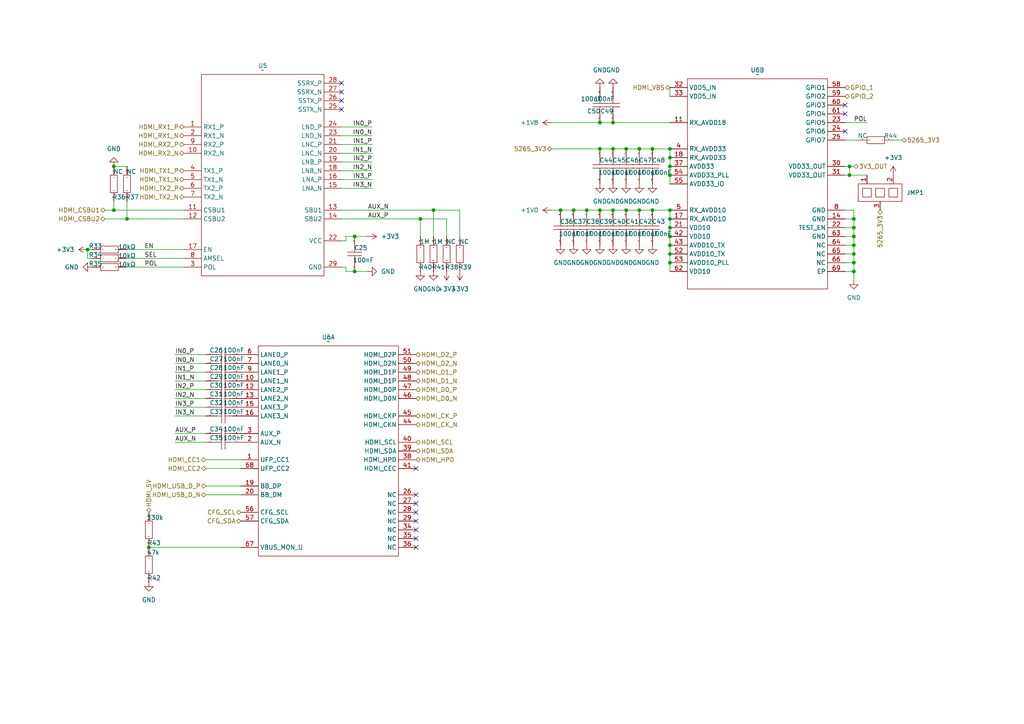
<source format=kicad_sch>
(kicad_sch (version 20231120) (generator "eeschema") (generator_version "8.0")
  (paper "A4")
  (lib_symbols
    (symbol "persional_library:C0603"
      (property "Reference" "C" (at 0 0 0))
      (symbol "C0603_1_0"
        (pin unspecified line (at -5.08 0 0) (length 2.54) (name "1") (number "1"))
        (pin unspecified line (at 5.08 0 180) (length 2.54) (name "2") (number "2"))
      )
    )
    (symbol "persional_library:IC_CS5265AN"
      (property "Reference" "U" (at 0 0 0))
      (symbol "IC_CS5265AN_1_0"
        (pin input line (at -25.4 -2.54 0) (length 5.08) (name "UFP_CC1") (number "1"))
        (pin input line (at -25.4 20.32 0) (length 5.08) (name "LANE1_N") (number "10"))
        (pin input line (at -25.4 17.78 0) (length 5.08) (name "LANE2_P") (number "12"))
        (pin input line (at -25.4 15.24 0) (length 5.08) (name "LANE2_N") (number "13"))
        (pin input line (at -25.4 12.7 0) (length 5.08) (name "LANE3_P") (number "15"))
        (pin input line (at -25.4 10.16 0) (length 5.08) (name "LANE3_N") (number "16"))
        (pin input line (at -25.4 -10.16 0) (length 5.08) (name "BB_DP") (number "19"))
        (pin input line (at -25.4 2.54 0) (length 5.08) (name "AUX_N") (number "2"))
        (pin input line (at -25.4 -12.7 0) (length 5.08) (name "BB_DM") (number "20"))
        (pin input line (at 25.4 -12.7 180) (length 5.08) (name "NC") (number "26"))
        (pin input line (at 25.4 -15.24 180) (length 5.08) (name "NC") (number "27"))
        (pin input line (at 25.4 -17.78 180) (length 5.08) (name "NC") (number "28"))
        (pin input line (at 25.4 -20.32 180) (length 5.08) (name "NC") (number "29"))
        (pin input line (at -25.4 5.08 0) (length 5.08) (name "AUX_P") (number "3"))
        (pin input line (at 25.4 -22.86 180) (length 5.08) (name "NC") (number "34"))
        (pin input line (at 25.4 -25.4 180) (length 5.08) (name "NC") (number "35"))
        (pin input line (at 25.4 -27.94 180) (length 5.08) (name "NC") (number "36"))
        (pin input line (at 25.4 -2.54 180) (length 5.08) (name "HDMI_HPD") (number "38"))
        (pin input line (at 25.4 0 180) (length 5.08) (name "HDMI_SDA") (number "39"))
        (pin input line (at 25.4 2.54 180) (length 5.08) (name "HDMI_SCL") (number "40"))
        (pin input line (at 25.4 -5.08 180) (length 5.08) (name "HDMI_CEC") (number "41"))
        (pin input line (at 25.4 7.62 180) (length 5.08) (name "HDMI_CKN") (number "44"))
        (pin input line (at 25.4 10.16 180) (length 5.08) (name "HDMI_CKP") (number "45"))
        (pin input line (at 25.4 15.24 180) (length 5.08) (name "HDMI_D0N") (number "46"))
        (pin input line (at 25.4 17.78 180) (length 5.08) (name "HDMI_D0P") (number "47"))
        (pin input line (at 25.4 20.32 180) (length 5.08) (name "HDMI_D1P") (number "48"))
        (pin input line (at 25.4 22.86 180) (length 5.08) (name "HDMI_D1P") (number "49"))
        (pin input line (at 25.4 25.4 180) (length 5.08) (name "HDMI_D2N") (number "50"))
        (pin input line (at 25.4 27.94 180) (length 5.08) (name "HDMI_D2P") (number "51"))
        (pin input line (at -25.4 -17.78 0) (length 5.08) (name "CFG_SCL") (number "56"))
        (pin input line (at -25.4 -20.32 0) (length 5.08) (name "CFG_SDA") (number "57"))
        (pin input line (at -25.4 27.94 0) (length 5.08) (name "LANE0_P") (number "6"))
        (pin input line (at -25.4 -27.94 0) (length 5.08) (name "VBUS_MON_U") (number "67"))
        (pin input line (at -25.4 -5.08 0) (length 5.08) (name "UFP_CC2") (number "68"))
        (pin input line (at -25.4 25.4 0) (length 5.08) (name "LANE0_N") (number "7"))
        (pin input line (at -25.4 22.86 0) (length 5.08) (name "LANE1_P") (number "9"))
      )
      (symbol "IC_CS5265AN_2_0"
        (pin input line (at -25.4 17.78 0) (length 5.08) (name "RX_AVDD18") (number "11"))
        (pin input line (at 25.4 -10.16 180) (length 5.08) (name "GND") (number "14"))
        (pin input line (at -25.4 -10.16 0) (length 5.08) (name "RX_AVDD10") (number "17"))
        (pin input line (at -25.4 7.62 0) (length 5.08) (name "RX_AVDD33") (number "18"))
        (pin input line (at -25.4 -12.7 0) (length 5.08) (name "VDD10") (number "21"))
        (pin input line (at 25.4 -12.7 180) (length 5.08) (name "TEST_EN") (number "22"))
        (pin input line (at 25.4 17.78 180) (length 5.08) (name "GPIO5") (number "23"))
        (pin input line (at 25.4 15.24 180) (length 5.08) (name "GPIO6") (number "24"))
        (pin input line (at 25.4 12.7 180) (length 5.08) (name "GPIO7") (number "25"))
        (pin input line (at 25.4 5.08 180) (length 5.08) (name "VDD33_OUT") (number "30"))
        (pin input line (at 25.4 2.54 180) (length 5.08) (name "VDD33_OUT") (number "31"))
        (pin input line (at -25.4 27.94 0) (length 5.08) (name "VDD5_IN") (number "32"))
        (pin input line (at -25.4 25.4 0) (length 5.08) (name "VDD5_IN") (number "33"))
        (pin input line (at -25.4 5.08 0) (length 5.08) (name "AVDD33") (number "37"))
        (pin input line (at -25.4 10.16 0) (length 5.08) (name "RX_AVDD33") (number "4"))
        (pin input line (at -25.4 -15.24 0) (length 5.08) (name "VDD10") (number "42"))
        (pin input line (at -25.4 -17.78 0) (length 5.08) (name "AVDD10_TX") (number "43"))
        (pin input line (at -25.4 -7.62 0) (length 5.08) (name "RX_AVDD10") (number "5"))
        (pin input line (at -25.4 -20.32 0) (length 5.08) (name "AVDD10_TX") (number "52"))
        (pin input line (at -25.4 -22.86 0) (length 5.08) (name "AVDD10_PLL") (number "53"))
        (pin input line (at -25.4 2.54 0) (length 5.08) (name "AVDD33_PLL") (number "54"))
        (pin input line (at -25.4 0 0) (length 5.08) (name "AVDD33_IO") (number "55"))
        (pin input line (at 25.4 27.94 180) (length 5.08) (name "GPIO1") (number "58"))
        (pin input line (at 25.4 25.4 180) (length 5.08) (name "GPIO2") (number "59"))
        (pin input line (at 25.4 22.86 180) (length 5.08) (name "GPIO3") (number "60"))
        (pin input line (at 25.4 20.32 180) (length 5.08) (name "GPIO4") (number "61"))
        (pin input line (at -25.4 -25.4 0) (length 5.08) (name "VDD10") (number "62"))
        (pin input line (at 25.4 -15.24 180) (length 5.08) (name "GND") (number "63"))
        (pin input line (at 25.4 -17.78 180) (length 5.08) (name "NC") (number "64"))
        (pin input line (at 25.4 -20.32 180) (length 5.08) (name "NC") (number "65"))
        (pin input line (at 25.4 -22.86 180) (length 5.08) (name "NC") (number "66"))
        (pin input line (at 25.4 -25.4 180) (length 5.08) (name "EP") (number "69"))
        (pin input line (at 25.4 -7.62 180) (length 5.08) (name "GND") (number "8"))
      )
    )
    (symbol "persional_library:IC_VL171"
      (property "Reference" "U" (at -17.018 29.972 0))
      (symbol "IC_VL171_1_0"
        (pin input line (at -22.86 13.97 0) (length 5.08) (name "RX1_P") (number "1"))
        (pin input line (at -22.86 6.35 0) (length 5.08) (name "RX2_N") (number "10"))
        (pin input line (at -22.86 -10.16 0) (length 5.08) (name "CSBU1") (number "11"))
        (pin input line (at -22.86 -12.7 0) (length 5.08) (name "CSBU2") (number "12"))
        (pin input line (at 22.86 -10.16 180) (length 5.08) (name "SBU1") (number "13"))
        (pin input line (at 22.86 -12.7 180) (length 5.08) (name "SBU2") (number "14"))
        (pin input line (at 22.86 -3.81 180) (length 5.08) (name "LNA_N") (number "15"))
        (pin input line (at 22.86 -1.27 180) (length 5.08) (name "LNA_P") (number "16"))
        (pin input line (at -22.86 -21.59 0) (length 5.08) (name "EN") (number "17"))
        (pin input line (at 22.86 1.27 180) (length 5.08) (name "LNB_N") (number "18"))
        (pin input line (at 22.86 3.81 180) (length 5.08) (name "LNB_P") (number "19"))
        (pin input line (at -22.86 11.43 0) (length 5.08) (name "RX1_N") (number "2"))
        (pin input line (at 22.86 6.35 180) (length 5.08) (name "LNC_N") (number "20"))
        (pin input line (at 22.86 8.89 180) (length 5.08) (name "LNC_P") (number "21"))
        (pin input line (at 22.86 -19.05 180) (length 5.08) (name "VCC") (number "22"))
        (pin input line (at 22.86 11.43 180) (length 5.08) (name "LND_N") (number "23"))
        (pin input line (at 22.86 13.97 180) (length 5.08) (name "LND_P") (number "24"))
        (pin input line (at 22.86 19.05 180) (length 5.08) (name "SSTX_N") (number "25"))
        (pin input line (at 22.86 21.59 180) (length 5.08) (name "SSTX_P") (number "26"))
        (pin input line (at 22.86 24.13 180) (length 5.08) (name "SSRX_N") (number "27"))
        (pin input line (at 22.86 26.67 180) (length 5.08) (name "SSRX_P") (number "28"))
        (pin input line (at 22.86 -26.67 180) (length 5.08) (name "GND") (number "29"))
        (pin input line (at -22.86 -26.67 0) (length 5.08) (name "POL") (number "3"))
        (pin input line (at -22.86 1.27 0) (length 5.08) (name "TX1_P") (number "4"))
        (pin input line (at -22.86 -1.27 0) (length 5.08) (name "TX1_N") (number "5"))
        (pin input line (at -22.86 -3.81 0) (length 5.08) (name "TX2_P") (number "6"))
        (pin input line (at -22.86 -6.35 0) (length 5.08) (name "TX2_N") (number "7"))
        (pin input line (at -22.86 -24.13 0) (length 5.08) (name "AMSEL") (number "8"))
        (pin input line (at -22.86 8.89 0) (length 5.08) (name "RX2_P") (number "9"))
      )
    )
    (symbol "persional_library:JUMP"
      (property "Reference" "JMP" (at 0 3.556 0))
      (symbol "JUMP_1_1"
        (pin input line (at -3.81 5.08 270) (length 2.54) (name "") (number "1"))
        (pin input line (at 3.81 5.08 270) (length 2.54) (name "") (number "2"))
        (pin input line (at 0 -5.08 90) (length 2.54) (name "") (number "3"))
      )
    )
    (symbol "persional_library:R0603"
      (property "Reference" "R" (at 0 0 0))
      (symbol "R0603_1_0"
        (pin input line (at -5.08 0 0) (length 2.54) (name "1") (number "1"))
        (pin input line (at 5.08 0 180) (length 2.54) (name "2") (number "2"))
      )
    )
    (symbol "power:+1V0" (power) (pin_numbers hide) (pin_names (offset 0) hide)
      (property "Value" "+1V0" (at 0 3.556 0))
      (symbol "+1V0_1_1"
        (pin power_in line (at 0 0 90) (length 0) (name "~") (number "1"))
      )
    )
    (symbol "power:+1V8" (power) (pin_numbers hide) (pin_names (offset 0) hide)
      (property "Value" "+1V8" (at 0 3.556 0))
      (symbol "+1V8_1_1"
        (pin power_in line (at 0 0 90) (length 0) (name "~") (number "1"))
      )
    )
    (symbol "power:+3V3" (power) (pin_numbers hide) (pin_names (offset 0) hide)
      (property "Value" "+3V3" (at 0 3.556 0))
      (symbol "+3V3_1_1"
        (pin power_in line (at 0 0 90) (length 0) (name "~") (number "1"))
      )
    )
    (symbol "power:GND" (power) (pin_numbers hide) (pin_names (offset 0) hide)
      (property "Value" "GND" (at 0 -3.81 0))
      (symbol "GND_1_1"
        (pin power_in line (at 0 0 270) (length 0) (name "~") (number "1"))
      )
    )
  )
  (junction (at 194.31 68.58))
  (junction (at 162.56 60.96))
  (junction (at 181.61 43.18))
  (junction (at 247.65 76.2))
  (junction (at 102.87 68.58))
  (junction (at 185.42 60.96))
  (junction (at 247.65 68.58))
  (junction (at 247.65 78.74))
  (junction (at 173.99 35.56))
  (junction (at 33.02 60.96))
  (junction (at 247.65 66.04))
  (junction (at 102.87 78.74))
  (junction (at 33.02 48.26))
  (junction (at 194.31 73.66))
  (junction (at 247.65 71.12))
  (junction (at 194.31 60.96))
  (junction (at 125.73 60.96))
  (junction (at 177.8 35.56))
  (junction (at 36.83 63.5))
  (junction (at 43.18 158.75))
  (junction (at 173.99 60.96))
  (junction (at 181.61 60.96))
  (junction (at 247.65 63.5))
  (junction (at 189.23 43.18))
  (junction (at 189.23 60.96))
  (junction (at 246.38 50.8))
  (junction (at 194.31 45.72))
  (junction (at 177.8 60.96))
  (junction (at 173.99 43.18))
  (junction (at 194.31 66.04))
  (junction (at 121.92 63.5))
  (junction (at 170.18 60.96))
  (junction (at 194.31 50.8))
  (junction (at 194.31 76.2))
  (junction (at 185.42 43.18))
  (junction (at 194.31 43.18))
  (junction (at 247.65 73.66))
  (junction (at 194.31 63.5))
  (junction (at 177.8 43.18))
  (junction (at 194.31 48.26))
  (junction (at 166.37 60.96))
  (junction (at 25.4 72.39))
  (junction (at 194.31 71.12))
  (junction (at 246.38 48.26))
  (no_connect (at 120.65 143.51))
  (no_connect (at 245.11 33.02))
  (no_connect (at 120.65 158.75))
  (no_connect (at 99.06 31.75))
  (no_connect (at 245.11 38.1))
  (no_connect (at 120.65 156.21))
  (no_connect (at 120.65 146.05))
  (no_connect (at 120.65 151.13))
  (no_connect (at 120.65 153.67))
  (no_connect (at 99.06 24.13))
  (no_connect (at 245.11 30.48))
  (no_connect (at 120.65 148.59))
  (no_connect (at 120.65 135.89))
  (no_connect (at 99.06 26.67))
  (no_connect (at 99.06 29.21))
  (wire (pts (xy 194.31 73.66) (xy 194.31 76.2)))
  (wire (pts (xy 59.69 133.35) (xy 69.85 133.35)))
  (wire (pts (xy 177.8 60.96) (xy 181.61 60.96)))
  (wire (pts (xy 133.35 60.96) (xy 133.35 68.58)))
  (wire (pts (xy 129.54 63.5) (xy 129.54 68.58)))
  (wire (pts (xy 247.65 63.5) (xy 247.65 60.96)))
  (wire (pts (xy 59.69 118.11) (xy 50.8 118.11)))
  (wire (pts (xy 173.99 60.96) (xy 177.8 60.96)))
  (wire (pts (xy 99.06 60.96) (xy 125.73 60.96)))
  (wire (pts (xy 50.8 125.73) (xy 59.69 125.73)))
  (wire (pts (xy 245.11 78.74) (xy 247.65 78.74)))
  (wire (pts (xy 99.06 49.53) (xy 107.95 49.53)))
  (wire (pts (xy 194.31 48.26) (xy 194.31 50.8)))
  (wire (pts (xy 194.31 43.18) (xy 194.31 45.72)))
  (wire (pts (xy 121.92 63.5) (xy 129.54 63.5)))
  (wire (pts (xy 99.06 39.37) (xy 107.95 39.37)))
  (wire (pts (xy 194.31 71.12) (xy 194.31 73.66)))
  (wire (pts (xy 245.11 68.58) (xy 247.65 68.58)))
  (wire (pts (xy 59.69 140.97) (xy 69.85 140.97)))
  (wire (pts (xy 247.65 73.66) (xy 247.65 71.12)))
  (wire (pts (xy 36.83 58.42) (xy 36.83 63.5)))
  (wire (pts (xy 99.06 46.99) (xy 107.95 46.99)))
  (wire (pts (xy 25.4 74.93) (xy 25.4 72.39)))
  (wire (pts (xy 177.8 35.56) (xy 194.31 35.56)))
  (wire (pts (xy 185.42 60.96) (xy 189.23 60.96)))
  (wire (pts (xy 102.87 78.74) (xy 100.33 78.74)))
  (wire (pts (xy 170.18 60.96) (xy 173.99 60.96)))
  (wire (pts (xy 245.11 71.12) (xy 247.65 71.12)))
  (wire (pts (xy 100.33 78.74) (xy 100.33 77.47)))
  (wire (pts (xy 194.31 50.8) (xy 194.31 53.34)))
  (wire (pts (xy 33.02 48.26) (xy 36.83 48.26)))
  (wire (pts (xy 36.83 72.39) (xy 53.34 72.39)))
  (wire (pts (xy 185.42 43.18) (xy 189.23 43.18)))
  (wire (pts (xy 245.11 76.2) (xy 247.65 76.2)))
  (wire (pts (xy 99.06 54.61) (xy 107.95 54.61)))
  (wire (pts (xy 50.8 128.27) (xy 59.69 128.27)))
  (wire (pts (xy 99.06 63.5) (xy 121.92 63.5)))
  (wire (pts (xy 181.61 43.18) (xy 185.42 43.18)))
  (wire (pts (xy 194.31 45.72) (xy 194.31 48.26)))
  (wire (pts (xy 245.11 63.5) (xy 247.65 63.5)))
  (wire (pts (xy 59.69 143.51) (xy 69.85 143.51)))
  (wire (pts (xy 247.65 78.74) (xy 247.65 76.2)))
  (wire (pts (xy 36.83 74.93) (xy 53.34 74.93)))
  (wire (pts (xy 247.65 71.12) (xy 247.65 68.58)))
  (wire (pts (xy 245.11 73.66) (xy 247.65 73.66)))
  (wire (pts (xy 59.69 110.49) (xy 50.8 110.49)))
  (wire (pts (xy 245.11 35.56) (xy 251.46 35.56)))
  (wire (pts (xy 59.69 102.87) (xy 50.8 102.87)))
  (wire (pts (xy 162.56 60.96) (xy 166.37 60.96)))
  (wire (pts (xy 247.65 48.26) (xy 246.38 48.26)))
  (wire (pts (xy 259.08 40.64) (xy 261.62 40.64)))
  (wire (pts (xy 245.11 50.8) (xy 246.38 50.8)))
  (wire (pts (xy 181.61 60.96) (xy 185.42 60.96)))
  (wire (pts (xy 247.65 76.2) (xy 247.65 73.66)))
  (wire (pts (xy 36.83 63.5) (xy 53.34 63.5)))
  (wire (pts (xy 194.31 66.04) (xy 194.31 68.58)))
  (wire (pts (xy 194.31 25.4) (xy 194.31 27.94)))
  (wire (pts (xy 166.37 60.96) (xy 170.18 60.96)))
  (wire (pts (xy 59.69 135.89) (xy 69.85 135.89)))
  (wire (pts (xy 194.31 63.5) (xy 194.31 66.04)))
  (wire (pts (xy 106.68 78.74) (xy 102.87 78.74)))
  (wire (pts (xy 189.23 60.96) (xy 194.31 60.96)))
  (wire (pts (xy 99.06 44.45) (xy 107.95 44.45)))
  (wire (pts (xy 125.73 60.96) (xy 133.35 60.96)))
  (wire (pts (xy 30.48 63.5) (xy 36.83 63.5)))
  (wire (pts (xy 246.38 48.26) (xy 246.38 50.8)))
  (wire (pts (xy 100.33 77.47) (xy 99.06 77.47)))
  (wire (pts (xy 194.31 76.2) (xy 194.31 78.74)))
  (wire (pts (xy 173.99 43.18) (xy 177.8 43.18)))
  (wire (pts (xy 26.67 74.93) (xy 25.4 74.93)))
  (wire (pts (xy 30.48 60.96) (xy 33.02 60.96)))
  (wire (pts (xy 59.69 115.57) (xy 50.8 115.57)))
  (wire (pts (xy 177.8 43.18) (xy 181.61 43.18)))
  (wire (pts (xy 248.92 40.64) (xy 245.11 40.64)))
  (wire (pts (xy 106.68 68.58) (xy 102.87 68.58)))
  (wire (pts (xy 173.99 35.56) (xy 177.8 35.56)))
  (wire (pts (xy 160.02 35.56) (xy 173.99 35.56)))
  (wire (pts (xy 247.65 60.96) (xy 245.11 60.96)))
  (wire (pts (xy 59.69 107.95) (xy 50.8 107.95)))
  (wire (pts (xy 99.06 41.91) (xy 107.95 41.91)))
  (wire (pts (xy 247.65 68.58) (xy 247.65 66.04)))
  (wire (pts (xy 194.31 60.96) (xy 194.31 63.5)))
  (wire (pts (xy 59.69 113.03) (xy 50.8 113.03)))
  (wire (pts (xy 160.02 60.96) (xy 162.56 60.96)))
  (wire (pts (xy 189.23 43.18) (xy 194.31 43.18)))
  (wire (pts (xy 59.69 105.41) (xy 50.8 105.41)))
  (wire (pts (xy 99.06 36.83) (xy 107.95 36.83)))
  (wire (pts (xy 33.02 60.96) (xy 53.34 60.96)))
  (wire (pts (xy 36.83 77.47) (xy 53.34 77.47)))
  (wire (pts (xy 43.18 158.75) (xy 69.85 158.75)))
  (wire (pts (xy 100.33 69.85) (xy 100.33 68.58)))
  (wire (pts (xy 247.65 81.28) (xy 247.65 78.74)))
  (wire (pts (xy 194.31 68.58) (xy 194.31 71.12)))
  (wire (pts (xy 245.11 66.04) (xy 247.65 66.04)))
  (wire (pts (xy 247.65 66.04) (xy 247.65 63.5)))
  (wire (pts (xy 246.38 50.8) (xy 251.46 50.8)))
  (wire (pts (xy 33.02 58.42) (xy 33.02 60.96)))
  (wire (pts (xy 125.73 60.96) (xy 125.73 68.58)))
  (wire (pts (xy 99.06 52.07) (xy 107.95 52.07)))
  (wire (pts (xy 121.92 63.5) (xy 121.92 68.58)))
  (wire (pts (xy 160.02 43.18) (xy 173.99 43.18)))
  (wire (pts (xy 99.06 69.85) (xy 100.33 69.85)))
  (wire (pts (xy 25.4 72.39) (xy 26.67 72.39)))
  (wire (pts (xy 59.69 120.65) (xy 50.8 120.65)))
  (wire (pts (xy 100.33 68.58) (xy 102.87 68.58)))
  (wire (pts (xy 246.38 48.26) (xy 245.11 48.26)))
  (label "IN2_N" (at 107.95 49.53 180))
  (label "IN3_N" (at 107.95 54.61 180))
  (label "IN0_N" (at 107.95 39.37 180))
  (label "EN" (at 41.91 72.39 0))
  (label "IN1_P" (at 50.8 107.95 0))
  (label "IN3_P" (at 50.8 118.11 0))
  (label "IN3_N" (at 50.8 120.65 0))
  (label "AUX_P" (at 106.68 63.5 0))
  (label "AUX_N" (at 50.8 128.27 0))
  (label "AUX_N" (at 106.68 60.96 0))
  (label "IN0_P" (at 50.8 102.87 0))
  (label "SEL" (at 41.91 74.93 0))
  (label "IN2_N" (at 50.8 115.57 0))
  (label "IN1_P" (at 107.95 41.91 180))
  (label "IN1_N" (at 50.8 110.49 0))
  (label "POL" (at 41.91 77.47 0))
  (label "IN2_P" (at 50.8 113.03 0))
  (label "IN0_P" (at 107.95 36.83 180))
  (label "AUX_P" (at 50.8 125.73 0))
  (label "IN3_P" (at 107.95 52.07 180))
  (label "IN0_N" (at 50.8 105.41 0))
  (label "POL" (at 251.46 35.56 180))
  (label "IN2_P" (at 107.95 46.99 180))
  (label "IN1_N" (at 107.95 44.45 180))
  (hierarchical_label "HDMI_USB_D_P" (shape bidirectional) (at 59.69 140.97 180))
  (hierarchical_label "HDMI_TX1_P" (shape bidirectional) (at 53.34 49.53 180))
  (hierarchical_label "HDMI_RX2_P" (shape bidirectional) (at 53.34 41.91 180))
  (hierarchical_label "HDMI_RX2_N" (shape bidirectional) (at 53.34 44.45 180))
  (hierarchical_label "GPIO_2" (shape bidirectional) (at 245.11 27.94 0))
  (hierarchical_label "CFG_SDA" (shape bidirectional) (at 69.85 151.13 180))
  (hierarchical_label "5265_3V3" (shape bidirectional) (at 255.27 60.96 270))
  (hierarchical_label "HDMI_CK_N" (shape bidirectional) (at 120.65 123.19 0))
  (hierarchical_label "HDMI_CSBU1" (shape bidirectional) (at 30.48 60.96 180))
  (hierarchical_label "HDMI_RX1_N" (shape bidirectional) (at 53.34 39.37 180))
  (hierarchical_label "HDMI_5V" (shape bidirectional) (at 43.18 148.59 90))
  (hierarchical_label "HDMI_D2_P" (shape bidirectional) (at 120.65 102.87 0))
  (hierarchical_label "HDMI_TX2_N" (shape bidirectional) (at 53.34 57.15 180))
  (hierarchical_label "HDMI_D1_N" (shape bidirectional) (at 120.65 110.49 0))
  (hierarchical_label "HDMI_D1_P" (shape bidirectional) (at 120.65 107.95 0))
  (hierarchical_label "3V3_OUT" (shape bidirectional) (at 247.65 48.26 0))
  (hierarchical_label "HDMI_USB_D_N" (shape bidirectional) (at 59.69 143.51 180))
  (hierarchical_label "HDMI_CC2" (shape bidirectional) (at 59.69 135.89 180))
  (hierarchical_label "HDMI_TX1_N" (shape bidirectional) (at 53.34 52.07 180))
  (hierarchical_label "HDMI_SDA" (shape bidirectional) (at 120.65 130.81 0))
  (hierarchical_label "5265_3V3" (shape bidirectional) (at 261.62 40.64 0))
  (hierarchical_label "5265_3V3" (shape bidirectional) (at 160.02 43.18 180))
  (hierarchical_label "HDMI_HPD" (shape bidirectional) (at 120.65 133.35 0))
  (hierarchical_label "HDMI_CC1" (shape bidirectional) (at 59.69 133.35 180))
  (hierarchical_label "HDMI_D2_N" (shape bidirectional) (at 120.65 105.41 0))
  (hierarchical_label "HDMI_CK_P" (shape bidirectional) (at 120.65 120.65 0))
  (hierarchical_label "HDMI_SCL" (shape bidirectional) (at 120.65 128.27 0))
  (hierarchical_label "CFG_SCL" (shape bidirectional) (at 69.85 148.59 180))
  (hierarchical_label "HDMI_TX2_P" (shape bidirectional) (at 53.34 54.61 180))
  (hierarchical_label "HDMI_D0_P" (shape bidirectional) (at 120.65 113.03 0))
  (hierarchical_label "HDMI_VBS" (shape bidirectional) (at 194.31 25.4 180))
  (hierarchical_label "HDMI_RX1_P" (shape bidirectional) (at 53.34 36.83 180))
  (hierarchical_label "HDMI_D0_N" (shape bidirectional) (at 120.65 115.57 0))
  (hierarchical_label "GPIO_1" (shape bidirectional) (at 245.11 25.4 0))
  (hierarchical_label "HDMI_CSBU2" (shape bidirectional) (at 30.48 63.5 180))
  (symbol (lib_id "power:GND") (at 181.61 71.12 0) (unit 1)
    (property "Reference" "#PWR056" (effects (hide yes)))
    (property "Value" "GND" (at 181.61 76.2 0))
    (property "Description" "Power symbol creates a global label with name \"GND\" , ground" (effects (hide yes)))
  )
  (symbol (lib_id "persional_library:C0603") (at 173.99 30.48 270) (unit 1)
    (property "Reference" "C50" (at 172.212 32.258 90))
    (property "Value" "100nF" (at 171.45 28.702 90))
    (property "Footprint" "persional_library:C0603" (effects (hide yes)))
    (property "Datasheet" "https://item.szlcsc.com/datasheet/CL10A105KB8NNNC/16531.html" (effects (hide yes)))
    (property "Description" "容值:1uF;精度:±10%;额定电压:50V;温度系数:X5R;" (effects (hide yes)))
    (property "Manufacturer Part" "CL10A105KB8NNNC" (effects (hide yes)))
    (property "Manufacturer" "SAMSUNG(三星)" (effects (hide yes)))
    (property "Supplier Part" "C15849" (effects (hide yes)))
    (property "Supplier" "LCSC" (effects (hide yes)))
    (property "LCSC Part Name" "1uF ±10% 50V" (effects (hide yes)))
  )
  (symbol (lib_id "power:+3V3") (at 133.35 78.74 180) (unit 1)
    (property "Reference" "#PWR050" (effects (hide yes)))
    (property "Value" "+3V3" (at 133.35 83.82 0))
    (property "Description" "Power symbol creates a global label with name \"+3V3\"" (effects (hide yes)))
  )
  (symbol (lib_id "persional_library:C0603") (at 166.37 66.04 90) (unit 1)
    (property "Reference" "C37" (at 168.148 64.262 90))
    (property "Value" "100nF" (at 168.91 67.818 90))
    (property "Footprint" "persional_library:C0603" (effects (hide yes)))
    (property "Datasheet" "https://item.szlcsc.com/datasheet/CL10A105KB8NNNC/16531.html" (effects (hide yes)))
    (property "Description" "容值:1uF;精度:±10%;额定电压:50V;温度系数:X5R;" (effects (hide yes)))
    (property "Manufacturer Part" "CL10A105KB8NNNC" (effects (hide yes)))
    (property "Manufacturer" "SAMSUNG(三星)" (effects (hide yes)))
    (property "Supplier Part" "C15849" (effects (hide yes)))
    (property "Supplier" "LCSC" (effects (hide yes)))
    (property "LCSC Part Name" "1uF ±10% 50V" (effects (hide yes)))
  )
  (symbol (lib_id "persional_library:R0603") (at 254 40.64 180) (unit 1)
    (property "Reference" "R44" (at 258.318 39.37 0))
    (property "Value" "NC" (at 250.19 39.37 0))
    (property "Footprint" "persional_library:R0603" (effects (hide yes)))
    (property "Datasheet" "https://item.szlcsc.com/datasheet/0603WAF1002T5E/26547.html" (effects (hide yes)))
    (property "Description" "电阻类型:厚膜电阻;阻值:10kΩ;精度:±1%;功率:100mW;工作电压:75V;温度系数:±100ppm/°C;" (effects (hide yes)))
    (property "Manufacturer Part" "0603WAF1002T5E" (effects (hide yes)))
    (property "Manufacturer" "UNI-ROYAL(厚声)" (effects (hide yes)))
    (property "Supplier Part" "C25804" (effects (hide yes)))
    (property "Supplier" "LCSC" (effects (hide yes)))
    (property "LCSC Part Name" "厚膜电阻 10kΩ ±1% 100mW" (effects (hide yes)))
  )
  (symbol (lib_id "persional_library:C0603") (at 162.56 66.04 90) (unit 1)
    (property "Reference" "C36" (at 164.338 64.262 90))
    (property "Value" "100nF" (at 165.1 67.818 90))
    (property "Footprint" "persional_library:C0603" (effects (hide yes)))
    (property "Datasheet" "https://item.szlcsc.com/datasheet/CL10A105KB8NNNC/16531.html" (effects (hide yes)))
    (property "Description" "容值:1uF;精度:±10%;额定电压:50V;温度系数:X5R;" (effects (hide yes)))
    (property "Manufacturer Part" "CL10A105KB8NNNC" (effects (hide yes)))
    (property "Manufacturer" "SAMSUNG(三星)" (effects (hide yes)))
    (property "Supplier Part" "C15849" (effects (hide yes)))
    (property "Supplier" "LCSC" (effects (hide yes)))
    (property "LCSC Part Name" "1uF ±10% 50V" (effects (hide yes)))
  )
  (symbol (lib_id "power:+3V3") (at 259.08 50.8 0) (unit 1)
    (property "Reference" "#PWR070" (effects (hide yes)))
    (property "Value" "+3V3" (at 259.08 45.72 0))
    (property "Description" "Power symbol creates a global label with name \"+3V3\"" (effects (hide yes)))
  )
  (symbol (lib_id "power:GND") (at 43.18 168.91 0) (unit 1)
    (property "Reference" "#PWR051" (effects (hide yes)))
    (property "Value" "GND" (at 43.18 173.99 0))
    (property "Description" "Power symbol creates a global label with name \"GND\" , ground" (effects (hide yes)))
  )
  (symbol (lib_id "persional_library:JUMP") (at 255.27 55.88 0) (unit 1)
    (property "Reference" "JMP1" (at 262.89 55.88 0) (effects (justify left)))
    (property "Footprint" "persional_library:JUMP0603" (effects (hide yes)))
  )
  (symbol (lib_id "power:GND") (at 33.02 48.26 180) (unit 1)
    (property "Reference" "#PWR044" (effects (hide yes)))
    (property "Value" "GND" (at 33.02 43.18 0))
    (property "Description" "Power symbol creates a global label with name \"GND\" , ground" (effects (hide yes)))
  )
  (symbol (lib_id "persional_library:C0603") (at 64.77 102.87 180) (unit 1)
    (property "Reference" "C26" (at 62.738 101.6 0))
    (property "Value" "100nF" (at 67.818 101.6 0))
    (property "Footprint" "persional_library:C0603" (effects (hide yes)))
    (property "Datasheet" "https://item.szlcsc.com/datasheet/CL10A105KB8NNNC/16531.html" (effects (hide yes)))
    (property "Description" "容值:1uF;精度:±10%;额定电压:50V;温度系数:X5R;" (effects (hide yes)))
    (property "Manufacturer Part" "CL10A105KB8NNNC" (effects (hide yes)))
    (property "Manufacturer" "SAMSUNG(三星)" (effects (hide yes)))
    (property "Supplier Part" "C15849" (effects (hide yes)))
    (property "Supplier" "LCSC" (effects (hide yes)))
    (property "LCSC Part Name" "1uF ±10% 50V" (effects (hide yes)))
  )
  (symbol (lib_id "persional_library:IC_CS5265AN") (at 219.71 53.34 0) (unit 2)
    (property "Reference" "U6" (at 219.71 20.32 0))
    (property "Value" "~" (at 219.71 21.59 0))
    (property "Footprint" "persional_library:QFN-68" (effects (hide yes)))
  )
  (symbol (lib_id "power:GND") (at 173.99 25.4 180) (unit 1)
    (property "Reference" "#PWR067" (effects (hide yes)))
    (property "Value" "GND" (at 173.99 20.32 0))
    (property "Description" "Power symbol creates a global label with name \"GND\" , ground" (effects (hide yes)))
  )
  (symbol (lib_id "persional_library:C0603") (at 64.77 105.41 180) (unit 1)
    (property "Reference" "C27" (at 62.738 104.14 0))
    (property "Value" "100nF" (at 67.818 104.14 0))
    (property "Footprint" "persional_library:C0603" (effects (hide yes)))
    (property "Datasheet" "https://item.szlcsc.com/datasheet/CL10A105KB8NNNC/16531.html" (effects (hide yes)))
    (property "Description" "容值:1uF;精度:±10%;额定电压:50V;温度系数:X5R;" (effects (hide yes)))
    (property "Manufacturer Part" "CL10A105KB8NNNC" (effects (hide yes)))
    (property "Manufacturer" "SAMSUNG(三星)" (effects (hide yes)))
    (property "Supplier Part" "C15849" (effects (hide yes)))
    (property "Supplier" "LCSC" (effects (hide yes)))
    (property "LCSC Part Name" "1uF ±10% 50V" (effects (hide yes)))
  )
  (symbol (lib_id "power:GND") (at 189.23 71.12 0) (unit 1)
    (property "Reference" "#PWR053" (effects (hide yes)))
    (property "Value" "GND" (at 189.23 76.2 0))
    (property "Description" "Power symbol creates a global label with name \"GND\" , ground" (effects (hide yes)))
  )
  (symbol (lib_id "persional_library:C0603") (at 102.87 73.66 90) (unit 1)
    (property "Reference" "C25" (at 104.648 71.882 90))
    (property "Value" "100nF" (at 105.41 75.438 90))
    (property "Footprint" "persional_library:C0603" (effects (hide yes)))
    (property "Datasheet" "https://item.szlcsc.com/datasheet/CL10A105KB8NNNC/16531.html" (effects (hide yes)))
    (property "Description" "容值:1uF;精度:±10%;额定电压:50V;温度系数:X5R;" (effects (hide yes)))
    (property "Manufacturer Part" "CL10A105KB8NNNC" (effects (hide yes)))
    (property "Manufacturer" "SAMSUNG(三星)" (effects (hide yes)))
    (property "Supplier Part" "C15849" (effects (hide yes)))
    (property "Supplier" "LCSC" (effects (hide yes)))
    (property "LCSC Part Name" "1uF ±10% 50V" (effects (hide yes)))
  )
  (symbol (lib_id "persional_library:IC_VL171") (at 76.2 50.8 0) (unit 1)
    (property "Reference" "U5" (at 76.2 19.05 0))
    (property "Value" "~" (at 76.2 20.32 0))
    (property "Footprint" "persional_library:MQFN-28_L4.5-W3.5-P0.40-BL-EP" (effects (hide yes)))
  )
  (symbol (lib_id "persional_library:C0603") (at 177.8 48.26 90) (unit 1)
    (property "Reference" "C45" (at 179.578 46.482 90))
    (property "Value" "100nF" (at 180.34 50.038 90))
    (property "Footprint" "persional_library:C0603" (effects (hide yes)))
    (property "Datasheet" "https://item.szlcsc.com/datasheet/CL10A105KB8NNNC/16531.html" (effects (hide yes)))
    (property "Description" "容值:1uF;精度:±10%;额定电压:50V;温度系数:X5R;" (effects (hide yes)))
    (property "Manufacturer Part" "CL10A105KB8NNNC" (effects (hide yes)))
    (property "Manufacturer" "SAMSUNG(三星)" (effects (hide yes)))
    (property "Supplier Part" "C15849" (effects (hide yes)))
    (property "Supplier" "LCSC" (effects (hide yes)))
    (property "LCSC Part Name" "1uF ±10% 50V" (effects (hide yes)))
  )
  (symbol (lib_id "persional_library:R0603") (at 129.54 73.66 90) (unit 1)
    (property "Reference" "R38" (at 131.064 77.47 90))
    (property "Value" "NC" (at 130.81 70.104 90))
    (property "Footprint" "persional_library:R0603" (effects (hide yes)))
    (property "Datasheet" "https://item.szlcsc.com/datasheet/0603WAF1002T5E/26547.html" (effects (hide yes)))
    (property "Description" "电阻类型:厚膜电阻;阻值:10kΩ;精度:±1%;功率:100mW;工作电压:75V;温度系数:±100ppm/°C;" (effects (hide yes)))
    (property "Manufacturer Part" "0603WAF1002T5E" (effects (hide yes)))
    (property "Manufacturer" "UNI-ROYAL(厚声)" (effects (hide yes)))
    (property "Supplier Part" "C25804" (effects (hide yes)))
    (property "Supplier" "LCSC" (effects (hide yes)))
    (property "LCSC Part Name" "厚膜电阻 10kΩ ±1% 100mW" (effects (hide yes)))
  )
  (symbol (lib_id "persional_library:C0603") (at 64.77 128.27 180) (unit 1)
    (property "Reference" "C35" (at 62.738 127 0))
    (property "Value" "100nF" (at 67.818 127 0))
    (property "Footprint" "persional_library:C0603" (effects (hide yes)))
    (property "Datasheet" "https://item.szlcsc.com/datasheet/CL10A105KB8NNNC/16531.html" (effects (hide yes)))
    (property "Description" "容值:1uF;精度:±10%;额定电压:50V;温度系数:X5R;" (effects (hide yes)))
    (property "Manufacturer Part" "CL10A105KB8NNNC" (effects (hide yes)))
    (property "Manufacturer" "SAMSUNG(三星)" (effects (hide yes)))
    (property "Supplier Part" "C15849" (effects (hide yes)))
    (property "Supplier" "LCSC" (effects (hide yes)))
    (property "LCSC Part Name" "1uF ±10% 50V" (effects (hide yes)))
  )
  (symbol (lib_id "power:GND") (at 177.8 53.34 0) (unit 1)
    (property "Reference" "#PWR062" (effects (hide yes)))
    (property "Value" "GND" (at 177.8 58.42 0))
    (property "Description" "Power symbol creates a global label with name \"GND\" , ground" (effects (hide yes)))
  )
  (symbol (lib_id "power:GND") (at 181.61 53.34 0) (unit 1)
    (property "Reference" "#PWR063" (effects (hide yes)))
    (property "Value" "GND" (at 181.61 58.42 0))
    (property "Description" "Power symbol creates a global label with name \"GND\" , ground" (effects (hide yes)))
  )
  (symbol (lib_id "persional_library:C0603") (at 173.99 66.04 90) (unit 1)
    (property "Reference" "C39" (at 175.768 64.262 90))
    (property "Value" "100nF" (at 176.53 67.818 90))
    (property "Footprint" "persional_library:C0603" (effects (hide yes)))
    (property "Datasheet" "https://item.szlcsc.com/datasheet/CL10A105KB8NNNC/16531.html" (effects (hide yes)))
    (property "Description" "容值:1uF;精度:±10%;额定电压:50V;温度系数:X5R;" (effects (hide yes)))
    (property "Manufacturer Part" "CL10A105KB8NNNC" (effects (hide yes)))
    (property "Manufacturer" "SAMSUNG(三星)" (effects (hide yes)))
    (property "Supplier Part" "C15849" (effects (hide yes)))
    (property "Supplier" "LCSC" (effects (hide yes)))
    (property "LCSC Part Name" "1uF ±10% 50V" (effects (hide yes)))
  )
  (symbol (lib_id "persional_library:R0603") (at 121.92 73.66 90) (unit 1)
    (property "Reference" "R40" (at 123.444 77.47 90))
    (property "Value" "1M" (at 123.19 70.104 90))
    (property "Footprint" "persional_library:R0603" (effects (hide yes)))
    (property "Datasheet" "https://item.szlcsc.com/datasheet/0603WAF1002T5E/26547.html" (effects (hide yes)))
    (property "Description" "电阻类型:厚膜电阻;阻值:10kΩ;精度:±1%;功率:100mW;工作电压:75V;温度系数:±100ppm/°C;" (effects (hide yes)))
    (property "Manufacturer Part" "0603WAF1002T5E" (effects (hide yes)))
    (property "Manufacturer" "UNI-ROYAL(厚声)" (effects (hide yes)))
    (property "Supplier Part" "C25804" (effects (hide yes)))
    (property "Supplier" "LCSC" (effects (hide yes)))
    (property "LCSC Part Name" "厚膜电阻 10kΩ ±1% 100mW" (effects (hide yes)))
  )
  (symbol (lib_id "power:GND") (at 173.99 53.34 0) (unit 1)
    (property "Reference" "#PWR061" (effects (hide yes)))
    (property "Value" "GND" (at 173.99 58.42 0))
    (property "Description" "Power symbol creates a global label with name \"GND\" , ground" (effects (hide yes)))
  )
  (symbol (lib_id "persional_library:C0603") (at 185.42 66.04 90) (unit 1)
    (property "Reference" "C42" (at 187.198 64.262 90))
    (property "Value" "100nF" (at 187.96 67.818 90))
    (property "Footprint" "persional_library:C0603" (effects (hide yes)))
    (property "Datasheet" "https://item.szlcsc.com/datasheet/CL10A105KB8NNNC/16531.html" (effects (hide yes)))
    (property "Description" "容值:1uF;精度:±10%;额定电压:50V;温度系数:X5R;" (effects (hide yes)))
    (property "Manufacturer Part" "CL10A105KB8NNNC" (effects (hide yes)))
    (property "Manufacturer" "SAMSUNG(三星)" (effects (hide yes)))
    (property "Supplier Part" "C15849" (effects (hide yes)))
    (property "Supplier" "LCSC" (effects (hide yes)))
    (property "LCSC Part Name" "1uF ±10% 50V" (effects (hide yes)))
  )
  (symbol (lib_id "power:GND") (at 177.8 71.12 0) (unit 1)
    (property "Reference" "#PWR055" (effects (hide yes)))
    (property "Value" "GND" (at 177.8 76.2 0))
    (property "Description" "Power symbol creates a global label with name \"GND\" , ground" (effects (hide yes)))
  )
  (symbol (lib_id "persional_library:R0603") (at 36.83 53.34 90) (unit 1)
    (property "Reference" "R37" (at 38.354 57.15 90))
    (property "Value" "NC" (at 38.1 49.784 90))
    (property "Footprint" "persional_library:R0603" (effects (hide yes)))
    (property "Datasheet" "https://item.szlcsc.com/datasheet/0603WAF1002T5E/26547.html" (effects (hide yes)))
    (property "Description" "电阻类型:厚膜电阻;阻值:10kΩ;精度:±1%;功率:100mW;工作电压:75V;温度系数:±100ppm/°C;" (effects (hide yes)))
    (property "Manufacturer Part" "0603WAF1002T5E" (effects (hide yes)))
    (property "Manufacturer" "UNI-ROYAL(厚声)" (effects (hide yes)))
    (property "Supplier Part" "C25804" (effects (hide yes)))
    (property "Supplier" "LCSC" (effects (hide yes)))
    (property "LCSC Part Name" "厚膜电阻 10kΩ ±1% 100mW" (effects (hide yes)))
  )
  (symbol (lib_id "persional_library:C0603") (at 189.23 66.04 90) (unit 1)
    (property "Reference" "C43" (at 191.008 64.262 90))
    (property "Value" "100nF" (at 191.77 67.818 90))
    (property "Footprint" "persional_library:C0603" (effects (hide yes)))
    (property "Datasheet" "https://item.szlcsc.com/datasheet/CL10A105KB8NNNC/16531.html" (effects (hide yes)))
    (property "Description" "容值:1uF;精度:±10%;额定电压:50V;温度系数:X5R;" (effects (hide yes)))
    (property "Manufacturer Part" "CL10A105KB8NNNC" (effects (hide yes)))
    (property "Manufacturer" "SAMSUNG(三星)" (effects (hide yes)))
    (property "Supplier Part" "C15849" (effects (hide yes)))
    (property "Supplier" "LCSC" (effects (hide yes)))
    (property "LCSC Part Name" "1uF ±10% 50V" (effects (hide yes)))
  )
  (symbol (lib_id "power:GND") (at 185.42 71.12 0) (unit 1)
    (property "Reference" "#PWR054" (effects (hide yes)))
    (property "Value" "GND" (at 185.42 76.2 0))
    (property "Description" "Power symbol creates a global label with name \"GND\" , ground" (effects (hide yes)))
  )
  (symbol (lib_id "power:+1V8") (at 160.02 35.56 90) (unit 1)
    (property "Reference" "#PWR069" (effects (hide yes)))
    (property "Value" "+1V8" (at 156.21 35.56 90) (effects (justify left)))
    (property "Description" "Power symbol creates a global label with name \"+1V8\"" (effects (hide yes)))
  )
  (symbol (lib_id "power:GND") (at 166.37 71.12 0) (unit 1)
    (property "Reference" "#PWR060" (effects (hide yes)))
    (property "Value" "GND" (at 166.37 76.2 0))
    (property "Description" "Power symbol creates a global label with name \"GND\" , ground" (effects (hide yes)))
  )
  (symbol (lib_id "persional_library:R0603") (at 31.75 74.93 0) (unit 1)
    (property "Reference" "R34" (at 27.686 73.914 0))
    (property "Value" "10kΩ" (at 36.83 74.168 0))
    (property "Footprint" "persional_library:R0603" (effects (hide yes)))
    (property "Datasheet" "https://item.szlcsc.com/datasheet/0603WAF1002T5E/26547.html" (effects (hide yes)))
    (property "Description" "电阻类型:厚膜电阻;阻值:10kΩ;精度:±1%;功率:100mW;工作电压:75V;温度系数:±100ppm/°C;" (effects (hide yes)))
    (property "Manufacturer Part" "0603WAF1002T5E" (effects (hide yes)))
    (property "Manufacturer" "UNI-ROYAL(厚声)" (effects (hide yes)))
    (property "Supplier Part" "C25804" (effects (hide yes)))
    (property "Supplier" "LCSC" (effects (hide yes)))
    (property "LCSC Part Name" "厚膜电阻 10kΩ ±1% 100mW" (effects (hide yes)))
  )
  (symbol (lib_id "persional_library:R0603") (at 43.18 163.83 90) (unit 1)
    (property "Reference" "R42" (at 44.704 167.64 90))
    (property "Value" "47k" (at 44.45 160.274 90))
    (property "Footprint" "persional_library:R0603" (effects (hide yes)))
    (property "Datasheet" "https://item.szlcsc.com/datasheet/0603WAF1002T5E/26547.html" (effects (hide yes)))
    (property "Description" "电阻类型:厚膜电阻;阻值:10kΩ;精度:±1%;功率:100mW;工作电压:75V;温度系数:±100ppm/°C;" (effects (hide yes)))
    (property "Manufacturer Part" "0603WAF1002T5E" (effects (hide yes)))
    (property "Manufacturer" "UNI-ROYAL(厚声)" (effects (hide yes)))
    (property "Supplier Part" "C25804" (effects (hide yes)))
    (property "Supplier" "LCSC" (effects (hide yes)))
    (property "LCSC Part Name" "厚膜电阻 10kΩ ±1% 100mW" (effects (hide yes)))
  )
  (symbol (lib_id "persional_library:R0603") (at 43.18 153.67 90) (unit 1)
    (property "Reference" "R43" (at 44.704 157.48 90))
    (property "Value" "330k" (at 44.958 150.114 90))
    (property "Footprint" "persional_library:R0603" (effects (hide yes)))
    (property "Datasheet" "https://item.szlcsc.com/datasheet/0603WAF1002T5E/26547.html" (effects (hide yes)))
    (property "Description" "电阻类型:厚膜电阻;阻值:10kΩ;精度:±1%;功率:100mW;工作电压:75V;温度系数:±100ppm/°C;" (effects (hide yes)))
    (property "Manufacturer Part" "0603WAF1002T5E" (effects (hide yes)))
    (property "Manufacturer" "UNI-ROYAL(厚声)" (effects (hide yes)))
    (property "Supplier Part" "C25804" (effects (hide yes)))
    (property "Supplier" "LCSC" (effects (hide yes)))
    (property "LCSC Part Name" "厚膜电阻 10kΩ ±1% 100mW" (effects (hide yes)))
  )
  (symbol (lib_id "power:GND") (at 189.23 53.34 0) (unit 1)
    (property "Reference" "#PWR065" (effects (hide yes)))
    (property "Value" "GND" (at 189.23 58.42 0))
    (property "Description" "Power symbol creates a global label with name \"GND\" , ground" (effects (hide yes)))
  )
  (symbol (lib_id "power:GND") (at 170.18 71.12 0) (unit 1)
    (property "Reference" "#PWR057" (effects (hide yes)))
    (property "Value" "GND" (at 170.18 76.2 0))
    (property "Description" "Power symbol creates a global label with name \"GND\" , ground" (effects (hide yes)))
  )
  (symbol (lib_id "power:GND") (at 247.65 81.28 0) (unit 1)
    (property "Reference" "#PWR052" (effects (hide yes)))
    (property "Value" "GND" (at 247.65 86.36 0))
    (property "Description" "Power symbol creates a global label with name \"GND\" , ground" (effects (hide yes)))
  )
  (symbol (lib_id "persional_library:C0603") (at 64.77 110.49 180) (unit 1)
    (property "Reference" "C29" (at 62.738 109.22 0))
    (property "Value" "100nF" (at 67.818 109.22 0))
    (property "Footprint" "persional_library:C0603" (effects (hide yes)))
    (property "Datasheet" "https://item.szlcsc.com/datasheet/CL10A105KB8NNNC/16531.html" (effects (hide yes)))
    (property "Description" "容值:1uF;精度:±10%;额定电压:50V;温度系数:X5R;" (effects (hide yes)))
    (property "Manufacturer Part" "CL10A105KB8NNNC" (effects (hide yes)))
    (property "Manufacturer" "SAMSUNG(三星)" (effects (hide yes)))
    (property "Supplier Part" "C15849" (effects (hide yes)))
    (property "Supplier" "LCSC" (effects (hide yes)))
    (property "LCSC Part Name" "1uF ±10% 50V" (effects (hide yes)))
  )
  (symbol (lib_id "persional_library:C0603") (at 177.8 30.48 270) (unit 1)
    (property "Reference" "C49" (at 176.022 32.258 90))
    (property "Value" "100nF" (at 175.26 28.702 90))
    (property "Footprint" "persional_library:C0603" (effects (hide yes)))
    (property "Datasheet" "https://item.szlcsc.com/datasheet/CL10A105KB8NNNC/16531.html" (effects (hide yes)))
    (property "Description" "容值:1uF;精度:±10%;额定电压:50V;温度系数:X5R;" (effects (hide yes)))
    (property "Manufacturer Part" "CL10A105KB8NNNC" (effects (hide yes)))
    (property "Manufacturer" "SAMSUNG(三星)" (effects (hide yes)))
    (property "Supplier Part" "C15849" (effects (hide yes)))
    (property "Supplier" "LCSC" (effects (hide yes)))
    (property "LCSC Part Name" "1uF ±10% 50V" (effects (hide yes)))
  )
  (symbol (lib_id "persional_library:C0603") (at 64.77 120.65 180) (unit 1)
    (property "Reference" "C33" (at 62.738 119.38 0))
    (property "Value" "100nF" (at 67.818 119.38 0))
    (property "Footprint" "persional_library:C0603" (effects (hide yes)))
    (property "Datasheet" "https://item.szlcsc.com/datasheet/CL10A105KB8NNNC/16531.html" (effects (hide yes)))
    (property "Description" "容值:1uF;精度:±10%;额定电压:50V;温度系数:X5R;" (effects (hide yes)))
    (property "Manufacturer Part" "CL10A105KB8NNNC" (effects (hide yes)))
    (property "Manufacturer" "SAMSUNG(三星)" (effects (hide yes)))
    (property "Supplier Part" "C15849" (effects (hide yes)))
    (property "Supplier" "LCSC" (effects (hide yes)))
    (property "LCSC Part Name" "1uF ±10% 50V" (effects (hide yes)))
  )
  (symbol (lib_id "power:+3V3") (at 106.68 68.58 270) (unit 1)
    (property "Reference" "#PWR045" (effects (hide yes)))
    (property "Value" "+3V3" (at 110.49 68.58 90) (effects (justify left)))
    (property "Description" "Power symbol creates a global label with name \"+3V3\"" (effects (hide yes)))
  )
  (symbol (lib_id "persional_library:C0603") (at 64.77 115.57 180) (unit 1)
    (property "Reference" "C31" (at 62.738 114.3 0))
    (property "Value" "100nF" (at 67.818 114.3 0))
    (property "Footprint" "persional_library:C0603" (effects (hide yes)))
    (property "Datasheet" "https://item.szlcsc.com/datasheet/CL10A105KB8NNNC/16531.html" (effects (hide yes)))
    (property "Description" "容值:1uF;精度:±10%;额定电压:50V;温度系数:X5R;" (effects (hide yes)))
    (property "Manufacturer Part" "CL10A105KB8NNNC" (effects (hide yes)))
    (property "Manufacturer" "SAMSUNG(三星)" (effects (hide yes)))
    (property "Supplier Part" "C15849" (effects (hide yes)))
    (property "Supplier" "LCSC" (effects (hide yes)))
    (property "LCSC Part Name" "1uF ±10% 50V" (effects (hide yes)))
  )
  (symbol (lib_id "persional_library:R0603") (at 125.73 73.66 90) (unit 1)
    (property "Reference" "R41" (at 127.254 77.47 90))
    (property "Value" "1M" (at 127 70.104 90))
    (property "Footprint" "persional_library:R0603" (effects (hide yes)))
    (property "Datasheet" "https://item.szlcsc.com/datasheet/0603WAF1002T5E/26547.html" (effects (hide yes)))
    (property "Description" "电阻类型:厚膜电阻;阻值:10kΩ;精度:±1%;功率:100mW;工作电压:75V;温度系数:±100ppm/°C;" (effects (hide yes)))
    (property "Manufacturer Part" "0603WAF1002T5E" (effects (hide yes)))
    (property "Manufacturer" "UNI-ROYAL(厚声)" (effects (hide yes)))
    (property "Supplier Part" "C25804" (effects (hide yes)))
    (property "Supplier" "LCSC" (effects (hide yes)))
    (property "LCSC Part Name" "厚膜电阻 10kΩ ±1% 100mW" (effects (hide yes)))
  )
  (symbol (lib_id "persional_library:C0603") (at 64.77 125.73 180) (unit 1)
    (property "Reference" "C34" (at 62.738 124.46 0))
    (property "Value" "100nF" (at 67.818 124.46 0))
    (property "Footprint" "persional_library:C0603" (effects (hide yes)))
    (property "Datasheet" "https://item.szlcsc.com/datasheet/CL10A105KB8NNNC/16531.html" (effects (hide yes)))
    (property "Description" "容值:1uF;精度:±10%;额定电压:50V;温度系数:X5R;" (effects (hide yes)))
    (property "Manufacturer Part" "CL10A105KB8NNNC" (effects (hide yes)))
    (property "Manufacturer" "SAMSUNG(三星)" (effects (hide yes)))
    (property "Supplier Part" "C15849" (effects (hide yes)))
    (property "Supplier" "LCSC" (effects (hide yes)))
    (property "LCSC Part Name" "1uF ±10% 50V" (effects (hide yes)))
  )
  (symbol (lib_id "persional_library:C0603") (at 64.77 113.03 180) (unit 1)
    (property "Reference" "C30" (at 62.738 111.76 0))
    (property "Value" "100nF" (at 67.818 111.76 0))
    (property "Footprint" "persional_library:C0603" (effects (hide yes)))
    (property "Datasheet" "https://item.szlcsc.com/datasheet/CL10A105KB8NNNC/16531.html" (effects (hide yes)))
    (property "Description" "容值:1uF;精度:±10%;额定电压:50V;温度系数:X5R;" (effects (hide yes)))
    (property "Manufacturer Part" "CL10A105KB8NNNC" (effects (hide yes)))
    (property "Manufacturer" "SAMSUNG(三星)" (effects (hide yes)))
    (property "Supplier Part" "C15849" (effects (hide yes)))
    (property "Supplier" "LCSC" (effects (hide yes)))
    (property "LCSC Part Name" "1uF ±10% 50V" (effects (hide yes)))
  )
  (symbol (lib_id "persional_library:R0603") (at 31.75 77.47 0) (unit 1)
    (property "Reference" "R35" (at 27.686 76.454 0))
    (property "Value" "10kΩ" (at 36.83 76.708 0))
    (property "Footprint" "persional_library:R0603" (effects (hide yes)))
    (property "Datasheet" "https://item.szlcsc.com/datasheet/0603WAF1002T5E/26547.html" (effects (hide yes)))
    (property "Description" "电阻类型:厚膜电阻;阻值:10kΩ;精度:±1%;功率:100mW;工作电压:75V;温度系数:±100ppm/°C;" (effects (hide yes)))
    (property "Manufacturer Part" "0603WAF1002T5E" (effects (hide yes)))
    (property "Manufacturer" "UNI-ROYAL(厚声)" (effects (hide yes)))
    (property "Supplier Part" "C25804" (effects (hide yes)))
    (property "Supplier" "LCSC" (effects (hide yes)))
    (property "LCSC Part Name" "厚膜电阻 10kΩ ±1% 100mW" (effects (hide yes)))
  )
  (symbol (lib_id "persional_library:IC_CS5265AN") (at 95.25 130.81 0) (unit 1)
    (property "Reference" "U6" (at 95.25 97.79 0))
    (property "Value" "~" (at 95.25 99.06 0))
    (property "Footprint" "persional_library:QFN-68" (effects (hide yes)))
  )
  (symbol (lib_id "power:+1V0") (at 160.02 60.96 90) (unit 1)
    (property "Reference" "#PWR068" (effects (hide yes)))
    (property "Value" "+1V0" (at 156.21 60.96 90) (effects (justify left)))
    (property "Description" "Power symbol creates a global label with name \"+1V0\"" (effects (hide yes)))
  )
  (symbol (lib_id "power:GND") (at 125.73 78.74 0) (unit 1)
    (property "Reference" "#PWR048" (effects (hide yes)))
    (property "Value" "GND" (at 125.73 83.82 0))
    (property "Description" "Power symbol creates a global label with name \"GND\" , ground" (effects (hide yes)))
  )
  (symbol (lib_id "persional_library:R0603") (at 33.02 53.34 90) (unit 1)
    (property "Reference" "R36" (at 34.544 57.15 90))
    (property "Value" "NC" (at 34.29 49.784 90))
    (property "Footprint" "persional_library:R0603" (effects (hide yes)))
    (property "Datasheet" "https://item.szlcsc.com/datasheet/0603WAF1002T5E/26547.html" (effects (hide yes)))
    (property "Description" "电阻类型:厚膜电阻;阻值:10kΩ;精度:±1%;功率:100mW;工作电压:75V;温度系数:±100ppm/°C;" (effects (hide yes)))
    (property "Manufacturer Part" "0603WAF1002T5E" (effects (hide yes)))
    (property "Manufacturer" "UNI-ROYAL(厚声)" (effects (hide yes)))
    (property "Supplier Part" "C25804" (effects (hide yes)))
    (property "Supplier" "LCSC" (effects (hide yes)))
    (property "LCSC Part Name" "厚膜电阻 10kΩ ±1% 100mW" (effects (hide yes)))
  )
  (symbol (lib_id "persional_library:C0603") (at 64.77 107.95 180) (unit 1)
    (property "Reference" "C28" (at 62.738 106.68 0))
    (property "Value" "100nF" (at 67.818 106.68 0))
    (property "Footprint" "persional_library:C0603" (effects (hide yes)))
    (property "Datasheet" "https://item.szlcsc.com/datasheet/CL10A105KB8NNNC/16531.html" (effects (hide yes)))
    (property "Description" "容值:1uF;精度:±10%;额定电压:50V;温度系数:X5R;" (effects (hide yes)))
    (property "Manufacturer Part" "CL10A105KB8NNNC" (effects (hide yes)))
    (property "Manufacturer" "SAMSUNG(三星)" (effects (hide yes)))
    (property "Supplier Part" "C15849" (effects (hide yes)))
    (property "Supplier" "LCSC" (effects (hide yes)))
    (property "LCSC Part Name" "1uF ±10% 50V" (effects (hide yes)))
  )
  (symbol (lib_id "persional_library:C0603") (at 181.61 66.04 90) (unit 1)
    (property "Reference" "C41" (at 183.388 64.262 90))
    (property "Value" "100nF" (at 184.15 67.818 90))
    (property "Footprint" "persional_library:C0603" (effects (hide yes)))
    (property "Datasheet" "https://item.szlcsc.com/datasheet/CL10A105KB8NNNC/16531.html" (effects (hide yes)))
    (property "Description" "容值:1uF;精度:±10%;额定电压:50V;温度系数:X5R;" (effects (hide yes)))
    (property "Manufacturer Part" "CL10A105KB8NNNC" (effects (hide yes)))
    (property "Manufacturer" "SAMSUNG(三星)" (effects (hide yes)))
    (property "Supplier Part" "C15849" (effects (hide yes)))
    (property "Supplier" "LCSC" (effects (hide yes)))
    (property "LCSC Part Name" "1uF ±10% 50V" (effects (hide yes)))
  )
  (symbol (lib_id "power:GND") (at 185.42 53.34 0) (unit 1)
    (property "Reference" "#PWR064" (effects (hide yes)))
    (property "Value" "GND" (at 185.42 58.42 0))
    (property "Description" "Power symbol creates a global label with name \"GND\" , ground" (effects (hide yes)))
  )
  (symbol (lib_id "persional_library:C0603") (at 170.18 66.04 90) (unit 1)
    (property "Reference" "C38" (at 171.958 64.262 90))
    (property "Value" "100nF" (at 172.72 67.818 90))
    (property "Footprint" "persional_library:C0603" (effects (hide yes)))
    (property "Datasheet" "https://item.szlcsc.com/datasheet/CL10A105KB8NNNC/16531.html" (effects (hide yes)))
    (property "Description" "容值:1uF;精度:±10%;额定电压:50V;温度系数:X5R;" (effects (hide yes)))
    (property "Manufacturer Part" "CL10A105KB8NNNC" (effects (hide yes)))
    (property "Manufacturer" "SAMSUNG(三星)" (effects (hide yes)))
    (property "Supplier Part" "C15849" (effects (hide yes)))
    (property "Supplier" "LCSC" (effects (hide yes)))
    (property "LCSC Part Name" "1uF ±10% 50V" (effects (hide yes)))
  )
  (symbol (lib_id "persional_library:C0603") (at 64.77 118.11 180) (unit 1)
    (property "Reference" "C32" (at 62.738 116.84 0))
    (property "Value" "100nF" (at 67.818 116.84 0))
    (property "Footprint" "persional_library:C0603" (effects (hide yes)))
    (property "Datasheet" "https://item.szlcsc.com/datasheet/CL10A105KB8NNNC/16531.html" (effects (hide yes)))
    (property "Description" "容值:1uF;精度:±10%;额定电压:50V;温度系数:X5R;" (effects (hide yes)))
    (property "Manufacturer Part" "CL10A105KB8NNNC" (effects (hide yes)))
    (property "Manufacturer" "SAMSUNG(三星)" (effects (hide yes)))
    (property "Supplier Part" "C15849" (effects (hide yes)))
    (property "Supplier" "LCSC" (effects (hide yes)))
    (property "LCSC Part Name" "1uF ±10% 50V" (effects (hide yes)))
  )
  (symbol (lib_id "persional_library:C0603") (at 173.99 48.26 90) (unit 1)
    (property "Reference" "C44" (at 175.768 46.482 90))
    (property "Value" "100nF" (at 176.53 50.038 90))
    (property "Footprint" "persional_library:C0603" (effects (hide yes)))
    (property "Datasheet" "https://item.szlcsc.com/datasheet/CL10A105KB8NNNC/16531.html" (effects (hide yes)))
    (property "Description" "容值:1uF;精度:±10%;额定电压:50V;温度系数:X5R;" (effects (hide yes)))
    (property "Manufacturer Part" "CL10A105KB8NNNC" (effects (hide yes)))
    (property "Manufacturer" "SAMSUNG(三星)" (effects (hide yes)))
    (property "Supplier Part" "C15849" (effects (hide yes)))
    (property "Supplier" "LCSC" (effects (hide yes)))
    (property "LCSC Part Name" "1uF ±10% 50V" (effects (hide yes)))
  )
  (symbol (lib_id "power:GND") (at 173.99 71.12 0) (unit 1)
    (property "Reference" "#PWR058" (effects (hide yes)))
    (property "Value" "GND" (at 173.99 76.2 0))
    (property "Description" "Power symbol creates a global label with name \"GND\" , ground" (effects (hide yes)))
  )
  (symbol (lib_id "persional_library:R0603") (at 133.35 73.66 90) (unit 1)
    (property "Reference" "R39" (at 134.874 77.47 90))
    (property "Value" "NC" (at 134.62 70.104 90))
    (property "Footprint" "persional_library:R0603" (effects (hide yes)))
    (property "Datasheet" "https://item.szlcsc.com/datasheet/0603WAF1002T5E/26547.html" (effects (hide yes)))
    (property "Description" "电阻类型:厚膜电阻;阻值:10kΩ;精度:±1%;功率:100mW;工作电压:75V;温度系数:±100ppm/°C;" (effects (hide yes)))
    (property "Manufacturer Part" "0603WAF1002T5E" (effects (hide yes)))
    (property "Manufacturer" "UNI-ROYAL(厚声)" (effects (hide yes)))
    (property "Supplier Part" "C25804" (effects (hide yes)))
    (property "Supplier" "LCSC" (effects (hide yes)))
    (property "LCSC Part Name" "厚膜电阻 10kΩ ±1% 100mW" (effects (hide yes)))
  )
  (symbol (lib_id "power:+3V3") (at 129.54 78.74 180) (unit 1)
    (property "Reference" "#PWR049" (effects (hide yes)))
    (property "Value" "+3V3" (at 129.54 83.82 0))
    (property "Description" "Power symbol creates a global label with name \"+3V3\"" (effects (hide yes)))
  )
  (symbol (lib_id "power:GND") (at 106.68 78.74 90) (unit 1)
    (property "Reference" "#PWR042" (effects (hide yes)))
    (property "Value" "GND" (at 110.49 78.74 90) (effects (justify right)))
    (property "Description" "Power symbol creates a global label with name \"GND\" , ground" (effects (hide yes)))
  )
  (symbol (lib_id "persional_library:C0603") (at 177.8 66.04 90) (unit 1)
    (property "Reference" "C40" (at 179.578 64.262 90))
    (property "Value" "100nF" (at 180.34 67.818 90))
    (property "Footprint" "persional_library:C0603" (effects (hide yes)))
    (property "Datasheet" "https://item.szlcsc.com/datasheet/CL10A105KB8NNNC/16531.html" (effects (hide yes)))
    (property "Description" "容值:1uF;精度:±10%;额定电压:50V;温度系数:X5R;" (effects (hide yes)))
    (property "Manufacturer Part" "CL10A105KB8NNNC" (effects (hide yes)))
    (property "Manufacturer" "SAMSUNG(三星)" (effects (hide yes)))
    (property "Supplier Part" "C15849" (effects (hide yes)))
    (property "Supplier" "LCSC" (effects (hide yes)))
    (property "LCSC Part Name" "1uF ±10% 50V" (effects (hide yes)))
  )
  (symbol (lib_id "power:GND") (at 177.8 25.4 180) (unit 1)
    (property "Reference" "#PWR066" (effects (hide yes)))
    (property "Value" "GND" (at 177.8 20.32 0))
    (property "Description" "Power symbol creates a global label with name \"GND\" , ground" (effects (hide yes)))
  )
  (symbol (lib_id "power:+3V3") (at 25.4 72.39 90) (unit 1)
    (property "Reference" "#PWR046" (effects (hide yes)))
    (property "Value" "+3V3" (at 21.59 72.39 90) (effects (justify left)))
    (property "Description" "Power symbol creates a global label with name \"+3V3\"" (effects (hide yes)))
  )
  (symbol (lib_id "power:GND") (at 121.92 78.74 0) (unit 1)
    (property "Reference" "#PWR047" (effects (hide yes)))
    (property "Value" "GND" (at 121.92 83.82 0))
    (property "Description" "Power symbol creates a global label with name \"GND\" , ground" (effects (hide yes)))
  )
  (symbol (lib_id "persional_library:C0603") (at 189.23 48.26 90) (unit 1)
    (property "Reference" "C48" (at 191.008 46.482 90))
    (property "Value" "100nF" (at 191.77 50.038 90))
    (property "Footprint" "persional_library:C0603" (effects (hide yes)))
    (property "Datasheet" "https://item.szlcsc.com/datasheet/CL10A105KB8NNNC/16531.html" (effects (hide yes)))
    (property "Description" "容值:1uF;精度:±10%;额定电压:50V;温度系数:X5R;" (effects (hide yes)))
    (property "Manufacturer Part" "CL10A105KB8NNNC" (effects (hide yes)))
    (property "Manufacturer" "SAMSUNG(三星)" (effects (hide yes)))
    (property "Supplier Part" "C15849" (effects (hide yes)))
    (property "Supplier" "LCSC" (effects (hide yes)))
    (property "LCSC Part Name" "1uF ±10% 50V" (effects (hide yes)))
  )
  (symbol (lib_id "persional_library:R0603") (at 31.75 72.39 0) (unit 1)
    (property "Reference" "R33" (at 27.686 71.374 0))
    (property "Value" "10kΩ" (at 36.83 71.628 0))
    (property "Footprint" "persional_library:R0603" (effects (hide yes)))
    (property "Datasheet" "https://item.szlcsc.com/datasheet/0603WAF1002T5E/26547.html" (effects (hide yes)))
    (property "Description" "电阻类型:厚膜电阻;阻值:10kΩ;精度:±1%;功率:100mW;工作电压:75V;温度系数:±100ppm/°C;" (effects (hide yes)))
    (property "Manufacturer Part" "0603WAF1002T5E" (effects (hide yes)))
    (property "Manufacturer" "UNI-ROYAL(厚声)" (effects (hide yes)))
    (property "Supplier Part" "C25804" (effects (hide yes)))
    (property "Supplier" "LCSC" (effects (hide yes)))
    (property "LCSC Part Name" "厚膜电阻 10kΩ ±1% 100mW" (effects (hide yes)))
  )
  (symbol (lib_id "power:GND") (at 162.56 71.12 0) (unit 1)
    (property "Reference" "#PWR059" (effects (hide yes)))
    (property "Value" "GND" (at 162.56 76.2 0))
    (property "Description" "Power symbol creates a global label with name \"GND\" , ground" (effects (hide yes)))
  )
  (symbol (lib_id "persional_library:C0603") (at 185.42 48.26 90) (unit 1)
    (property "Reference" "C47" (at 187.198 46.482 90))
    (property "Value" "100nF" (at 187.96 50.038 90))
    (property "Footprint" "persional_library:C0603" (effects (hide yes)))
    (property "Datasheet" "https://item.szlcsc.com/datasheet/CL10A105KB8NNNC/16531.html" (effects (hide yes)))
    (property "Description" "容值:1uF;精度:±10%;额定电压:50V;温度系数:X5R;" (effects (hide yes)))
    (property "Manufacturer Part" "CL10A105KB8NNNC" (effects (hide yes)))
    (property "Manufacturer" "SAMSUNG(三星)" (effects (hide yes)))
    (property "Supplier Part" "C15849" (effects (hide yes)))
    (property "Supplier" "LCSC" (effects (hide yes)))
    (property "LCSC Part Name" "1uF ±10% 50V" (effects (hide yes)))
  )
  (symbol (lib_id "power:GND") (at 26.67 77.47 270) (unit 1)
    (property "Reference" "#PWR043" (effects (hide yes)))
    (property "Value" "GND" (at 22.86 77.47 90) (effects (justify right)))
    (property "Description" "Power symbol creates a global label with name \"GND\" , ground" (effects (hide yes)))
  )
  (symbol (lib_id "persional_library:C0603") (at 181.61 48.26 90) (unit 1)
    (property "Reference" "C46" (at 183.388 46.482 90))
    (property "Value" "100nF" (at 184.15 50.038 90))
    (property "Footprint" "persional_library:C0603" (effects (hide yes)))
    (property "Datasheet" "https://item.szlcsc.com/datasheet/CL10A105KB8NNNC/16531.html" (effects (hide yes)))
    (property "Description" "容值:1uF;精度:±10%;额定电压:50V;温度系数:X5R;" (effects (hide yes)))
    (property "Manufacturer Part" "CL10A105KB8NNNC" (effects (hide yes)))
    (property "Manufacturer" "SAMSUNG(三星)" (effects (hide yes)))
    (property "Supplier Part" "C15849" (effects (hide yes)))
    (property "Supplier" "LCSC" (effects (hide yes)))
    (property "LCSC Part Name" "1uF ±10% 50V" (effects (hide yes)))
  )
)
</source>
